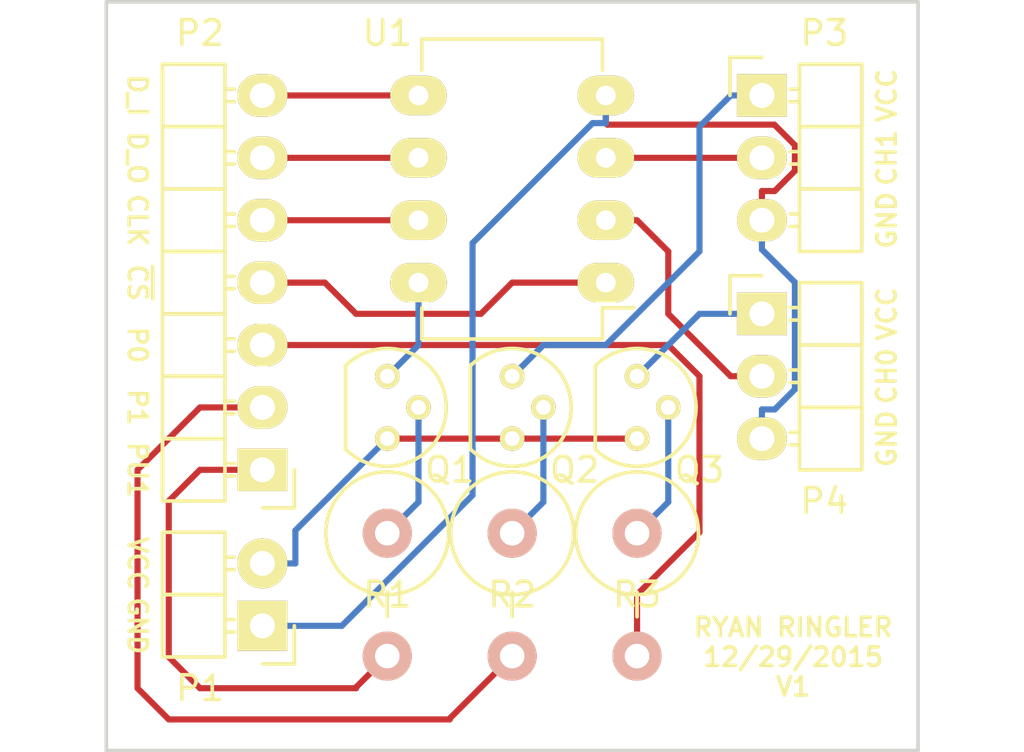
<source format=kicad_pcb>
(kicad_pcb (version 20171130) (host pcbnew "(5.1.12)-1")

  (general
    (thickness 1.6)
    (drawings 20)
    (tracks 92)
    (zones 0)
    (modules 11)
    (nets 18)
  )

  (page A4)
  (layers
    (0 F.Cu signal)
    (31 B.Cu signal)
    (32 B.Adhes user hide)
    (33 F.Adhes user hide)
    (34 B.Paste user hide)
    (35 F.Paste user hide)
    (36 B.SilkS user hide)
    (37 F.SilkS user hide)
    (38 B.Mask user hide)
    (39 F.Mask user hide)
    (40 Dwgs.User user hide)
    (41 Cmts.User user)
    (42 Eco1.User user)
    (43 Eco2.User user)
    (44 Edge.Cuts user)
    (45 Margin user)
    (46 B.CrtYd user)
    (47 F.CrtYd user)
    (48 B.Fab user)
    (49 F.Fab user)
  )

  (setup
    (last_trace_width 0.25)
    (trace_clearance 0.2)
    (zone_clearance 0.508)
    (zone_45_only no)
    (trace_min 0.2)
    (via_size 0.6)
    (via_drill 0.4)
    (via_min_size 0.4)
    (via_min_drill 0.3)
    (uvia_size 0.3)
    (uvia_drill 0.1)
    (uvias_allowed no)
    (uvia_min_size 0.2)
    (uvia_min_drill 0.1)
    (edge_width 0.15)
    (segment_width 0.2)
    (pcb_text_width 0.3)
    (pcb_text_size 1.5 1.5)
    (mod_edge_width 0.15)
    (mod_text_size 1 1)
    (mod_text_width 0.15)
    (pad_size 2.032 1.7272)
    (pad_drill 1.016)
    (pad_to_mask_clearance 0.2)
    (aux_axis_origin 0 0)
    (visible_elements 7FFFFFFF)
    (pcbplotparams
      (layerselection 0x210f0_80000001)
      (usegerberextensions true)
      (usegerberattributes true)
      (usegerberadvancedattributes true)
      (creategerberjobfile true)
      (excludeedgelayer true)
      (linewidth 0.100000)
      (plotframeref false)
      (viasonmask false)
      (mode 1)
      (useauxorigin false)
      (hpglpennumber 1)
      (hpglpenspeed 20)
      (hpglpendiameter 15.000000)
      (psnegative false)
      (psa4output false)
      (plotreference true)
      (plotvalue true)
      (plotinvisibletext false)
      (padsonsilk false)
      (subtractmaskfromsilk false)
      (outputformat 1)
      (mirror false)
      (drillshape 0)
      (scaleselection 1)
      (outputdirectory "Gerber Export/"))
  )

  (net 0 "")
  (net 1 VCC)
  (net 2 GND)
  (net 3 "Net-(P3-Pad2)")
  (net 4 "Net-(P4-Pad2)")
  (net 5 "Net-(Q1-Pad2)")
  (net 6 "Net-(Q1-Pad1)")
  (net 7 "Net-(P2-Pad1)")
  (net 8 "Net-(P2-Pad2)")
  (net 9 "Net-(P2-Pad3)")
  (net 10 "Net-(P2-Pad4)")
  (net 11 "Net-(P2-Pad5)")
  (net 12 "Net-(P3-Pad1)")
  (net 13 "Net-(P4-Pad1)")
  (net 14 "Net-(Q2-Pad2)")
  (net 15 "Net-(Q3-Pad2)")
  (net 16 "Net-(P2-Pad7)")
  (net 17 "Net-(P2-Pad6)")

  (net_class Default "This is the default net class."
    (clearance 0.2)
    (trace_width 0.25)
    (via_dia 0.6)
    (via_drill 0.4)
    (uvia_dia 0.3)
    (uvia_drill 0.1)
    (add_net GND)
    (add_net "Net-(P2-Pad1)")
    (add_net "Net-(P2-Pad2)")
    (add_net "Net-(P2-Pad3)")
    (add_net "Net-(P2-Pad4)")
    (add_net "Net-(P2-Pad5)")
    (add_net "Net-(P2-Pad6)")
    (add_net "Net-(P2-Pad7)")
    (add_net "Net-(P3-Pad1)")
    (add_net "Net-(P3-Pad2)")
    (add_net "Net-(P4-Pad1)")
    (add_net "Net-(P4-Pad2)")
    (add_net "Net-(Q1-Pad1)")
    (add_net "Net-(Q1-Pad2)")
    (add_net "Net-(Q2-Pad2)")
    (add_net "Net-(Q3-Pad2)")
    (add_net VCC)
  )

  (module TO_SOT_Packages_THT:TO-92_Molded_Narrow (layer F.Cu) (tedit 56833BC8) (tstamp 567B8848)
    (at 153.67 118.11 270)
    (descr "TO-92 leads molded, narrow, drill 0.6mm (see NXP sot054_po.pdf)")
    (tags "to-92 sc-43 sc-43a sot54 PA33 transistor")
    (path /567B7FAC)
    (fp_text reference Q1 (at 3.81 -2.54 180) (layer F.SilkS)
      (effects (font (size 1 1) (thickness 0.15)))
    )
    (fp_text value 2N3904 (at 0 3 270) (layer F.Fab) hide
      (effects (font (size 1 1) (thickness 0.15)))
    )
    (fp_line (start 3.9 1.95) (end 3.9 -2.65) (layer F.CrtYd) (width 0.05))
    (fp_line (start -1.4 -2.65) (end 3.9 -2.65) (layer F.CrtYd) (width 0.05))
    (fp_line (start -0.43 1.7) (end 2.97 1.7) (layer F.SilkS) (width 0.15))
    (fp_line (start -1.4 1.95) (end 3.9 1.95) (layer F.CrtYd) (width 0.05))
    (fp_line (start -1.4 1.95) (end -1.4 -2.65) (layer F.CrtYd) (width 0.05))
    (fp_arc (start 1.27 0) (end 1.27 -2.4) (angle -135) (layer F.SilkS) (width 0.15))
    (fp_arc (start 1.27 0) (end 1.27 -2.4) (angle 135) (layer F.SilkS) (width 0.15))
    (pad 2 thru_hole circle (at 1.27 -1.27) (size 1.00076 1.00076) (drill 0.6) (layers *.Cu *.Mask F.SilkS)
      (net 5 "Net-(Q1-Pad2)"))
    (pad 3 thru_hole circle (at 2.54 0) (size 1.00076 1.00076) (drill 0.6) (layers *.Cu *.Mask F.SilkS)
      (net 1 VCC))
    (pad 1 thru_hole circle (at 0 0) (size 1.00076 1.00076) (drill 0.6) (layers *.Cu *.Mask F.SilkS)
      (net 6 "Net-(Q1-Pad1)"))
    (model TO_SOT_Packages_THT.3dshapes/TO-92_Molded_Narrow.wrl
      (offset (xyz 1.269999980926514 0 0))
      (scale (xyz 1 1 1))
      (rotate (xyz 0 0 -90))
    )
  )

  (module Housings_DIP:DIP-8_W7.62mm_LongPads (layer F.Cu) (tedit 5682E73B) (tstamp 0)
    (at 162.56 114.3 180)
    (descr "8-lead dip package, row spacing 7.62 mm (300 mils), longer pads")
    (tags "dil dip 2.54 300")
    (path /567BA1FF)
    (fp_text reference U1 (at 8.89 10.16 180) (layer F.SilkS)
      (effects (font (size 1 1) (thickness 0.15)))
    )
    (fp_text value MCP3002 (at 3.81 3.81 270) (layer F.Fab)
      (effects (font (size 1 1) (thickness 0.15)))
    )
    (fp_line (start 0.135 -1.025) (end -1.15 -1.025) (layer F.SilkS) (width 0.15))
    (fp_line (start 0.135 9.915) (end 7.485 9.915) (layer F.SilkS) (width 0.15))
    (fp_line (start 0.135 -2.295) (end 7.485 -2.295) (layer F.SilkS) (width 0.15))
    (fp_line (start 0.135 9.915) (end 0.135 8.645) (layer F.SilkS) (width 0.15))
    (fp_line (start 7.485 9.915) (end 7.485 8.645) (layer F.SilkS) (width 0.15))
    (fp_line (start 7.485 -2.295) (end 7.485 -1.025) (layer F.SilkS) (width 0.15))
    (fp_line (start 0.135 -2.295) (end 0.135 -1.025) (layer F.SilkS) (width 0.15))
    (fp_line (start -1.4 10.1) (end 9 10.1) (layer F.CrtYd) (width 0.05))
    (fp_line (start -1.4 -2.45) (end 9 -2.45) (layer F.CrtYd) (width 0.05))
    (fp_line (start 9 -2.45) (end 9 10.1) (layer F.CrtYd) (width 0.05))
    (fp_line (start -1.4 -2.45) (end -1.4 10.1) (layer F.CrtYd) (width 0.05))
    (pad 1 thru_hole oval (at 0 0 180) (size 2.3 1.6) (drill 0.8) (layers *.Cu *.Mask F.SilkS)
      (net 10 "Net-(P2-Pad4)"))
    (pad 2 thru_hole oval (at 0 2.54 180) (size 2.3 1.6) (drill 0.8) (layers *.Cu *.Mask F.SilkS)
      (net 4 "Net-(P4-Pad2)"))
    (pad 3 thru_hole oval (at 0 5.08 180) (size 2.3 1.6) (drill 0.8) (layers *.Cu *.Mask F.SilkS)
      (net 3 "Net-(P3-Pad2)"))
    (pad 4 thru_hole oval (at 0 7.62 180) (size 2.3 1.6) (drill 0.8) (layers *.Cu *.Mask F.SilkS)
      (net 2 GND))
    (pad 5 thru_hole oval (at 7.62 7.62 180) (size 2.3 1.6) (drill 0.8) (layers *.Cu *.Mask F.SilkS)
      (net 16 "Net-(P2-Pad7)"))
    (pad 6 thru_hole oval (at 7.62 5.08 180) (size 2.3 1.6) (drill 0.8) (layers *.Cu *.Mask F.SilkS)
      (net 17 "Net-(P2-Pad6)"))
    (pad 7 thru_hole oval (at 7.62 2.54 180) (size 2.3 1.6) (drill 0.8) (layers *.Cu *.Mask F.SilkS)
      (net 11 "Net-(P2-Pad5)"))
    (pad 8 thru_hole oval (at 7.62 0 180) (size 2.3 1.6) (drill 0.8) (layers *.Cu *.Mask F.SilkS)
      (net 6 "Net-(Q1-Pad1)"))
    (model Housings_DIP.3dshapes/DIP-8_W7.62mm_LongPads.wrl
      (at (xyz 0 0 0))
      (scale (xyz 1 1 1))
      (rotate (xyz 0 0 0))
    )
  )

  (module Resistors_ThroughHole:Resistor_Vertical_RM5mm (layer F.Cu) (tedit 56832E4A) (tstamp 5682E9D4)
    (at 153.67 127 270)
    (descr "Resistor, Vertical, RM 5mm, 1/3W,")
    (tags "Resistor, Vertical, RM 5mm, 1/3W,")
    (path /567B84F5)
    (fp_text reference R1 (at 0 0 180) (layer F.SilkS)
      (effects (font (size 1 1) (thickness 0.15)))
    )
    (fp_text value 1K (at 0 0 270) (layer F.Fab) hide
      (effects (font (size 1 1) (thickness 0.15)))
    )
    (fp_circle (center -2.49936 0) (end 0 0) (layer F.SilkS) (width 0.15))
    (fp_line (start -0.09906 0) (end 0.9017 0) (layer F.SilkS) (width 0.15))
    (pad 1 thru_hole circle (at -2.49936 0 270) (size 1.99898 1.99898) (drill 1.00076) (layers *.Cu *.SilkS *.Mask)
      (net 5 "Net-(Q1-Pad2)"))
    (pad 2 thru_hole circle (at 2.5019 0 270) (size 1.99898 1.99898) (drill 1.00076) (layers *.Cu *.SilkS *.Mask)
      (net 7 "Net-(P2-Pad1)"))
  )

  (module Pin_Headers_Custom:Pin_Header_Angled_1x03_No_Pins (layer F.Cu) (tedit 568335B6) (tstamp 56830953)
    (at 168.91 106.68)
    (descr "Through hole pin header")
    (tags "pin header")
    (path /567B8F75)
    (fp_text reference P3 (at 2.54 -2.54 180) (layer F.SilkS)
      (effects (font (size 1 1) (thickness 0.15)))
    )
    (fp_text value CONN_01X03 (at 0 -3.1) (layer F.Fab) hide
      (effects (font (size 1 1) (thickness 0.15)))
    )
    (fp_line (start 1.524 6.35) (end 4.064 6.35) (layer F.SilkS) (width 0.15))
    (fp_line (start 1.524 1.27) (end 4.064 1.27) (layer F.SilkS) (width 0.15))
    (fp_line (start 1.524 1.27) (end 1.524 3.81) (layer F.SilkS) (width 0.15))
    (fp_line (start 1.524 3.81) (end 4.064 3.81) (layer F.SilkS) (width 0.15))
    (fp_line (start 4.064 6.35) (end 4.064 3.81) (layer F.SilkS) (width 0.15))
    (fp_line (start 1.524 3.81) (end 1.524 6.35) (layer F.SilkS) (width 0.15))
    (fp_line (start 1.524 3.81) (end 4.064 3.81) (layer F.SilkS) (width 0.15))
    (fp_line (start 1.524 -1.27) (end 4.064 -1.27) (layer F.SilkS) (width 0.15))
    (fp_line (start 1.524 -1.27) (end 1.524 1.27) (layer F.SilkS) (width 0.15))
    (fp_line (start 1.524 1.27) (end 4.064 1.27) (layer F.SilkS) (width 0.15))
    (fp_line (start 4.064 1.27) (end 4.064 -1.27) (layer F.SilkS) (width 0.15))
    (fp_line (start 1.524 5.334) (end 1.143 5.334) (layer F.SilkS) (width 0.15))
    (fp_line (start 1.524 4.826) (end 1.143 4.826) (layer F.SilkS) (width 0.15))
    (fp_line (start 1.524 2.794) (end 1.143 2.794) (layer F.SilkS) (width 0.15))
    (fp_line (start 1.524 2.286) (end 1.143 2.286) (layer F.SilkS) (width 0.15))
    (fp_line (start 1.524 0.254) (end 1.143 0.254) (layer F.SilkS) (width 0.15))
    (fp_line (start 1.524 -0.254) (end 1.143 -0.254) (layer F.SilkS) (width 0.15))
    (fp_line (start 0 -1.55) (end -1.3 -1.55) (layer F.SilkS) (width 0.15))
    (fp_line (start -1.3 -1.55) (end -1.3 0) (layer F.SilkS) (width 0.15))
    (fp_line (start -1.5 6.85) (end 10.65 6.85) (layer F.CrtYd) (width 0.05))
    (fp_line (start -1.5 -1.75) (end 10.65 -1.75) (layer F.CrtYd) (width 0.05))
    (fp_line (start 10.65 -1.75) (end 10.65 6.85) (layer F.CrtYd) (width 0.05))
    (fp_line (start -1.5 -1.75) (end -1.5 6.85) (layer F.CrtYd) (width 0.05))
    (fp_line (start 4.064 -1.016) (end 4.064 6.096) (layer F.SilkS) (width 0.15))
    (pad 1 thru_hole rect (at 0 0) (size 2.032 1.7272) (drill 1.016) (layers *.Cu *.Mask F.SilkS)
      (net 12 "Net-(P3-Pad1)"))
    (pad 2 thru_hole oval (at 0 2.54) (size 2.032 1.7272) (drill 1.016) (layers *.Cu *.Mask F.SilkS)
      (net 3 "Net-(P3-Pad2)"))
    (pad 3 thru_hole oval (at 0 5.08) (size 2.032 1.7272) (drill 1.016) (layers *.Cu *.Mask F.SilkS)
      (net 2 GND))
    (model Pin_Headers.3dshapes/Pin_Header_Angled_1x03.wrl
      (offset (xyz 0 -2.539999961853027 0))
      (scale (xyz 1 1 1))
      (rotate (xyz 0 0 90))
    )
  )

  (module Pin_Headers_Custom:Pin_Header_Angled_1x03_No_Pins (layer F.Cu) (tedit 56830951) (tstamp 5683095A)
    (at 168.91 115.57)
    (descr "Through hole pin header")
    (tags "pin header")
    (path /567B8FB9)
    (fp_text reference P4 (at 2.54 7.62 180) (layer F.SilkS)
      (effects (font (size 1 1) (thickness 0.15)))
    )
    (fp_text value CONN_01X03 (at 0 -3.1) (layer F.Fab) hide
      (effects (font (size 1 1) (thickness 0.15)))
    )
    (fp_line (start 1.524 6.35) (end 4.064 6.35) (layer F.SilkS) (width 0.15))
    (fp_line (start 1.524 1.27) (end 4.064 1.27) (layer F.SilkS) (width 0.15))
    (fp_line (start 1.524 1.27) (end 1.524 3.81) (layer F.SilkS) (width 0.15))
    (fp_line (start 1.524 3.81) (end 4.064 3.81) (layer F.SilkS) (width 0.15))
    (fp_line (start 4.064 6.35) (end 4.064 3.81) (layer F.SilkS) (width 0.15))
    (fp_line (start 1.524 3.81) (end 1.524 6.35) (layer F.SilkS) (width 0.15))
    (fp_line (start 1.524 3.81) (end 4.064 3.81) (layer F.SilkS) (width 0.15))
    (fp_line (start 1.524 -1.27) (end 4.064 -1.27) (layer F.SilkS) (width 0.15))
    (fp_line (start 1.524 -1.27) (end 1.524 1.27) (layer F.SilkS) (width 0.15))
    (fp_line (start 1.524 1.27) (end 4.064 1.27) (layer F.SilkS) (width 0.15))
    (fp_line (start 4.064 1.27) (end 4.064 -1.27) (layer F.SilkS) (width 0.15))
    (fp_line (start 1.524 5.334) (end 1.143 5.334) (layer F.SilkS) (width 0.15))
    (fp_line (start 1.524 4.826) (end 1.143 4.826) (layer F.SilkS) (width 0.15))
    (fp_line (start 1.524 2.794) (end 1.143 2.794) (layer F.SilkS) (width 0.15))
    (fp_line (start 1.524 2.286) (end 1.143 2.286) (layer F.SilkS) (width 0.15))
    (fp_line (start 1.524 0.254) (end 1.143 0.254) (layer F.SilkS) (width 0.15))
    (fp_line (start 1.524 -0.254) (end 1.143 -0.254) (layer F.SilkS) (width 0.15))
    (fp_line (start 0 -1.55) (end -1.3 -1.55) (layer F.SilkS) (width 0.15))
    (fp_line (start -1.3 -1.55) (end -1.3 0) (layer F.SilkS) (width 0.15))
    (fp_line (start -1.5 6.85) (end 10.65 6.85) (layer F.CrtYd) (width 0.05))
    (fp_line (start -1.5 -1.75) (end 10.65 -1.75) (layer F.CrtYd) (width 0.05))
    (fp_line (start 10.65 -1.75) (end 10.65 6.85) (layer F.CrtYd) (width 0.05))
    (fp_line (start -1.5 -1.75) (end -1.5 6.85) (layer F.CrtYd) (width 0.05))
    (fp_line (start 4.064 -1.016) (end 4.064 6.096) (layer F.SilkS) (width 0.15))
    (pad 1 thru_hole rect (at 0 0) (size 2.032 1.7272) (drill 1.016) (layers *.Cu *.Mask F.SilkS)
      (net 13 "Net-(P4-Pad1)"))
    (pad 2 thru_hole oval (at 0 2.54) (size 2.032 1.7272) (drill 1.016) (layers *.Cu *.Mask F.SilkS)
      (net 4 "Net-(P4-Pad2)"))
    (pad 3 thru_hole oval (at 0 5.08) (size 2.032 1.7272) (drill 1.016) (layers *.Cu *.Mask F.SilkS)
      (net 2 GND))
    (model Pin_Headers.3dshapes/Pin_Header_Angled_1x03.wrl
      (offset (xyz 0 -2.539999961853027 0))
      (scale (xyz 1 1 1))
      (rotate (xyz 0 0 90))
    )
  )

  (module TO_SOT_Packages_THT:TO-92_Molded_Narrow (layer F.Cu) (tedit 56833BCC) (tstamp 56832358)
    (at 158.75 118.11 270)
    (descr "TO-92 leads molded, narrow, drill 0.6mm (see NXP sot054_po.pdf)")
    (tags "to-92 sc-43 sc-43a sot54 PA33 transistor")
    (path /5683245A)
    (fp_text reference Q2 (at 3.81 -2.54 180) (layer F.SilkS)
      (effects (font (size 1 1) (thickness 0.15)))
    )
    (fp_text value 2N3904 (at 0 3 270) (layer F.Fab) hide
      (effects (font (size 1 1) (thickness 0.15)))
    )
    (fp_line (start 3.9 1.95) (end 3.9 -2.65) (layer F.CrtYd) (width 0.05))
    (fp_line (start -1.4 -2.65) (end 3.9 -2.65) (layer F.CrtYd) (width 0.05))
    (fp_line (start -0.43 1.7) (end 2.97 1.7) (layer F.SilkS) (width 0.15))
    (fp_line (start -1.4 1.95) (end 3.9 1.95) (layer F.CrtYd) (width 0.05))
    (fp_line (start -1.4 1.95) (end -1.4 -2.65) (layer F.CrtYd) (width 0.05))
    (fp_arc (start 1.27 0) (end 1.27 -2.4) (angle -135) (layer F.SilkS) (width 0.15))
    (fp_arc (start 1.27 0) (end 1.27 -2.4) (angle 135) (layer F.SilkS) (width 0.15))
    (pad 2 thru_hole circle (at 1.27 -1.27) (size 1.00076 1.00076) (drill 0.6) (layers *.Cu *.Mask F.SilkS)
      (net 14 "Net-(Q2-Pad2)"))
    (pad 3 thru_hole circle (at 2.54 0) (size 1.00076 1.00076) (drill 0.6) (layers *.Cu *.Mask F.SilkS)
      (net 1 VCC))
    (pad 1 thru_hole circle (at 0 0) (size 1.00076 1.00076) (drill 0.6) (layers *.Cu *.Mask F.SilkS)
      (net 12 "Net-(P3-Pad1)"))
    (model TO_SOT_Packages_THT.3dshapes/TO-92_Molded_Narrow.wrl
      (offset (xyz 1.269999980926514 0 0))
      (scale (xyz 1 1 1))
      (rotate (xyz 0 0 -90))
    )
  )

  (module TO_SOT_Packages_THT:TO-92_Molded_Narrow (layer F.Cu) (tedit 56833BD0) (tstamp 5683235F)
    (at 163.83 118.11 270)
    (descr "TO-92 leads molded, narrow, drill 0.6mm (see NXP sot054_po.pdf)")
    (tags "to-92 sc-43 sc-43a sot54 PA33 transistor")
    (path /5683254A)
    (fp_text reference Q3 (at 3.81 -2.54 180) (layer F.SilkS)
      (effects (font (size 1 1) (thickness 0.15)))
    )
    (fp_text value 2N3904 (at 0 3 270) (layer F.Fab) hide
      (effects (font (size 1 1) (thickness 0.15)))
    )
    (fp_line (start 3.9 1.95) (end 3.9 -2.65) (layer F.CrtYd) (width 0.05))
    (fp_line (start -1.4 -2.65) (end 3.9 -2.65) (layer F.CrtYd) (width 0.05))
    (fp_line (start -0.43 1.7) (end 2.97 1.7) (layer F.SilkS) (width 0.15))
    (fp_line (start -1.4 1.95) (end 3.9 1.95) (layer F.CrtYd) (width 0.05))
    (fp_line (start -1.4 1.95) (end -1.4 -2.65) (layer F.CrtYd) (width 0.05))
    (fp_arc (start 1.27 0) (end 1.27 -2.4) (angle -135) (layer F.SilkS) (width 0.15))
    (fp_arc (start 1.27 0) (end 1.27 -2.4) (angle 135) (layer F.SilkS) (width 0.15))
    (pad 2 thru_hole circle (at 1.27 -1.27) (size 1.00076 1.00076) (drill 0.6) (layers *.Cu *.Mask F.SilkS)
      (net 15 "Net-(Q3-Pad2)"))
    (pad 3 thru_hole circle (at 2.54 0) (size 1.00076 1.00076) (drill 0.6) (layers *.Cu *.Mask F.SilkS)
      (net 1 VCC))
    (pad 1 thru_hole circle (at 0 0) (size 1.00076 1.00076) (drill 0.6) (layers *.Cu *.Mask F.SilkS)
      (net 13 "Net-(P4-Pad1)"))
    (model TO_SOT_Packages_THT.3dshapes/TO-92_Molded_Narrow.wrl
      (offset (xyz 1.269999980926514 0 0))
      (scale (xyz 1 1 1))
      (rotate (xyz 0 0 -90))
    )
  )

  (module Resistors_ThroughHole:Resistor_Vertical_RM5mm (layer F.Cu) (tedit 56832EB6) (tstamp 56832365)
    (at 158.75 127 270)
    (descr "Resistor, Vertical, RM 5mm, 1/3W,")
    (tags "Resistor, Vertical, RM 5mm, 1/3W,")
    (path /56832709)
    (fp_text reference R2 (at 0 0) (layer F.SilkS)
      (effects (font (size 1 1) (thickness 0.15)))
    )
    (fp_text value 1K (at 0 0 270) (layer F.Fab) hide
      (effects (font (size 1 1) (thickness 0.15)))
    )
    (fp_circle (center -2.49936 0) (end 0 0) (layer F.SilkS) (width 0.15))
    (fp_line (start -0.09906 0) (end 0.9017 0) (layer F.SilkS) (width 0.15))
    (pad 1 thru_hole circle (at -2.49936 0 270) (size 1.99898 1.99898) (drill 1.00076) (layers *.Cu *.SilkS *.Mask)
      (net 14 "Net-(Q2-Pad2)"))
    (pad 2 thru_hole circle (at 2.5019 0 270) (size 1.99898 1.99898) (drill 1.00076) (layers *.Cu *.SilkS *.Mask)
      (net 8 "Net-(P2-Pad2)"))
  )

  (module Resistors_ThroughHole:Resistor_Vertical_RM5mm (layer F.Cu) (tedit 56832EC6) (tstamp 5683236B)
    (at 163.83 127 270)
    (descr "Resistor, Vertical, RM 5mm, 1/3W,")
    (tags "Resistor, Vertical, RM 5mm, 1/3W,")
    (path /56832746)
    (fp_text reference R3 (at 0 0) (layer F.SilkS)
      (effects (font (size 1 1) (thickness 0.15)))
    )
    (fp_text value 1K (at 0 0 270) (layer F.Fab) hide
      (effects (font (size 1 1) (thickness 0.15)))
    )
    (fp_circle (center -2.49936 0) (end 0 0) (layer F.SilkS) (width 0.15))
    (fp_line (start -0.09906 0) (end 0.9017 0) (layer F.SilkS) (width 0.15))
    (pad 1 thru_hole circle (at -2.49936 0 270) (size 1.99898 1.99898) (drill 1.00076) (layers *.Cu *.SilkS *.Mask)
      (net 15 "Net-(Q3-Pad2)"))
    (pad 2 thru_hole circle (at 2.5019 0 270) (size 1.99898 1.99898) (drill 1.00076) (layers *.Cu *.SilkS *.Mask)
      (net 9 "Net-(P2-Pad3)"))
  )

  (module Pin_Headers_Custom:Pin_Header_Angled_1x02_No_Pins (layer F.Cu) (tedit 56834405) (tstamp 56832656)
    (at 148.59 128.27 180)
    (descr "Through hole pin header")
    (tags "pin header")
    (path /567B800D)
    (fp_text reference P1 (at 2.54 -2.54 180) (layer F.SilkS)
      (effects (font (size 1 1) (thickness 0.15)))
    )
    (fp_text value CONN_01X02 (at 0 -3.1 180) (layer F.Fab) hide
      (effects (font (size 1 1) (thickness 0.15)))
    )
    (fp_line (start 1.524 -1.27) (end 1.524 1.27) (layer F.SilkS) (width 0.15))
    (fp_line (start 1.524 1.27) (end 4.064 1.27) (layer F.SilkS) (width 0.15))
    (fp_line (start 4.064 1.27) (end 4.064 -1.27) (layer F.SilkS) (width 0.15))
    (fp_line (start 4.064 3.81) (end 4.064 1.27) (layer F.SilkS) (width 0.15))
    (fp_line (start 1.524 3.81) (end 4.064 3.81) (layer F.SilkS) (width 0.15))
    (fp_line (start 1.524 1.27) (end 1.524 3.81) (layer F.SilkS) (width 0.15))
    (fp_line (start 1.524 1.27) (end 4.064 1.27) (layer F.SilkS) (width 0.15))
    (fp_line (start 1.524 -1.27) (end 4.064 -1.27) (layer F.SilkS) (width 0.15))
    (fp_line (start 1.524 2.794) (end 1.143 2.794) (layer F.SilkS) (width 0.15))
    (fp_line (start 1.524 2.286) (end 1.143 2.286) (layer F.SilkS) (width 0.15))
    (fp_line (start 1.524 0.254) (end 1.143 0.254) (layer F.SilkS) (width 0.15))
    (fp_line (start 1.524 -0.254) (end 1.143 -0.254) (layer F.SilkS) (width 0.15))
    (fp_line (start 0 -1.55) (end -1.3 -1.55) (layer F.SilkS) (width 0.15))
    (fp_line (start -1.3 -1.55) (end -1.3 0) (layer F.SilkS) (width 0.15))
    (fp_line (start -1.5 4.3) (end 10.65 4.3) (layer F.CrtYd) (width 0.05))
    (fp_line (start -1.5 -1.75) (end 10.65 -1.75) (layer F.CrtYd) (width 0.05))
    (fp_line (start 10.65 -1.75) (end 10.65 4.3) (layer F.CrtYd) (width 0.05))
    (fp_line (start -1.5 -1.75) (end -1.5 4.3) (layer F.CrtYd) (width 0.05))
    (pad 1 thru_hole rect (at 0 0 180) (size 2.032 2.032) (drill 1.016) (layers *.Cu *.Mask F.SilkS)
      (net 2 GND))
    (pad 2 thru_hole oval (at 0 2.54 180) (size 2.032 2.032) (drill 1.016) (layers *.Cu *.Mask F.SilkS)
      (net 1 VCC))
    (model Pin_Headers.3dshapes/Pin_Header_Angled_1x02.wrl
      (offset (xyz 0 -1.269999980926514 0))
      (scale (xyz 1 1 1))
      (rotate (xyz 0 0 90))
    )
  )

  (module Pin_Headers_Custom:Pin_Header_Angled_1x07_No_Pins (layer F.Cu) (tedit 568327A6) (tstamp 56832790)
    (at 148.59 121.92 180)
    (descr "Through hole pin header")
    (tags "pin header")
    (path /56831EFC)
    (fp_text reference P2 (at 2.54 17.78 180) (layer F.SilkS)
      (effects (font (size 1 1) (thickness 0.15)))
    )
    (fp_text value CONN_01X07 (at 0 -3.1 180) (layer F.Fab) hide
      (effects (font (size 1 1) (thickness 0.15)))
    )
    (fp_line (start 1.524 6.35) (end 4.064 6.35) (layer F.SilkS) (width 0.15))
    (fp_line (start 1.524 6.35) (end 1.524 8.89) (layer F.SilkS) (width 0.15))
    (fp_line (start 1.524 8.89) (end 4.064 8.89) (layer F.SilkS) (width 0.15))
    (fp_line (start 1.524 11.43) (end 4.064 11.43) (layer F.SilkS) (width 0.15))
    (fp_line (start 1.524 8.89) (end 1.524 11.43) (layer F.SilkS) (width 0.15))
    (fp_line (start 1.524 8.89) (end 4.064 8.89) (layer F.SilkS) (width 0.15))
    (fp_line (start 1.524 13.97) (end 4.064 13.97) (layer F.SilkS) (width 0.15))
    (fp_line (start 1.524 13.97) (end 1.524 16.51) (layer F.SilkS) (width 0.15))
    (fp_line (start 1.524 16.51) (end 4.064 16.51) (layer F.SilkS) (width 0.15))
    (fp_line (start 4.064 16.51) (end 4.064 13.97) (layer F.SilkS) (width 0.15))
    (fp_line (start 1.524 13.97) (end 4.064 13.97) (layer F.SilkS) (width 0.15))
    (fp_line (start 1.524 11.43) (end 1.524 13.97) (layer F.SilkS) (width 0.15))
    (fp_line (start 1.524 11.43) (end 4.064 11.43) (layer F.SilkS) (width 0.15))
    (fp_line (start 1.524 1.27) (end 4.064 1.27) (layer F.SilkS) (width 0.15))
    (fp_line (start 1.524 1.27) (end 1.524 3.81) (layer F.SilkS) (width 0.15))
    (fp_line (start 1.524 3.81) (end 4.064 3.81) (layer F.SilkS) (width 0.15))
    (fp_line (start 1.524 6.35) (end 4.064 6.35) (layer F.SilkS) (width 0.15))
    (fp_line (start 1.524 3.81) (end 1.524 6.35) (layer F.SilkS) (width 0.15))
    (fp_line (start 1.524 3.81) (end 4.064 3.81) (layer F.SilkS) (width 0.15))
    (fp_line (start 1.524 -1.27) (end 4.064 -1.27) (layer F.SilkS) (width 0.15))
    (fp_line (start 1.524 -1.27) (end 1.524 1.27) (layer F.SilkS) (width 0.15))
    (fp_line (start 1.524 1.27) (end 4.064 1.27) (layer F.SilkS) (width 0.15))
    (fp_line (start 4.064 1.27) (end 4.064 -1.27) (layer F.SilkS) (width 0.15))
    (fp_line (start 1.524 9.906) (end 1.143 9.906) (layer F.SilkS) (width 0.15))
    (fp_line (start 1.524 10.414) (end 1.143 10.414) (layer F.SilkS) (width 0.15))
    (fp_line (start 1.524 12.446) (end 1.143 12.446) (layer F.SilkS) (width 0.15))
    (fp_line (start 1.524 12.954) (end 1.143 12.954) (layer F.SilkS) (width 0.15))
    (fp_line (start 1.524 14.986) (end 1.143 14.986) (layer F.SilkS) (width 0.15))
    (fp_line (start 1.524 15.494) (end 1.143 15.494) (layer F.SilkS) (width 0.15))
    (fp_line (start 1.524 7.874) (end 1.143 7.874) (layer F.SilkS) (width 0.15))
    (fp_line (start 1.524 7.366) (end 1.143 7.366) (layer F.SilkS) (width 0.15))
    (fp_line (start 1.524 5.334) (end 1.143 5.334) (layer F.SilkS) (width 0.15))
    (fp_line (start 1.524 4.826) (end 1.143 4.826) (layer F.SilkS) (width 0.15))
    (fp_line (start 1.524 2.794) (end 1.143 2.794) (layer F.SilkS) (width 0.15))
    (fp_line (start 1.524 2.286) (end 1.143 2.286) (layer F.SilkS) (width 0.15))
    (fp_line (start 1.524 0.254) (end 1.143 0.254) (layer F.SilkS) (width 0.15))
    (fp_line (start 1.524 -0.254) (end 1.143 -0.254) (layer F.SilkS) (width 0.15))
    (fp_line (start 0 -1.55) (end -1.3 -1.55) (layer F.SilkS) (width 0.15))
    (fp_line (start -1.3 -1.55) (end -1.3 0) (layer F.SilkS) (width 0.15))
    (fp_line (start -1.5 17) (end 10.65 17) (layer F.CrtYd) (width 0.05))
    (fp_line (start -1.5 -1.75) (end 10.65 -1.75) (layer F.CrtYd) (width 0.05))
    (fp_line (start 10.65 -1.75) (end 10.65 17) (layer F.CrtYd) (width 0.05))
    (fp_line (start -1.5 -1.75) (end -1.5 17) (layer F.CrtYd) (width 0.05))
    (fp_line (start 4.064 -1.016) (end 4.064 16.256) (layer F.SilkS) (width 0.15))
    (pad 1 thru_hole rect (at 0 0 180) (size 2.032 1.7272) (drill 1.016) (layers *.Cu *.Mask F.SilkS)
      (net 7 "Net-(P2-Pad1)"))
    (pad 2 thru_hole oval (at 0 2.54 180) (size 2.032 1.7272) (drill 1.016) (layers *.Cu *.Mask F.SilkS)
      (net 8 "Net-(P2-Pad2)"))
    (pad 3 thru_hole oval (at 0 5.08 180) (size 2.032 1.7272) (drill 1.016) (layers *.Cu *.Mask F.SilkS)
      (net 9 "Net-(P2-Pad3)"))
    (pad 4 thru_hole oval (at 0 7.62 180) (size 2.032 1.7272) (drill 1.016) (layers *.Cu *.Mask F.SilkS)
      (net 10 "Net-(P2-Pad4)"))
    (pad 5 thru_hole oval (at 0 10.16 180) (size 2.032 1.7272) (drill 1.016) (layers *.Cu *.Mask F.SilkS)
      (net 11 "Net-(P2-Pad5)"))
    (pad 6 thru_hole oval (at 0 12.7 180) (size 2.032 1.7272) (drill 1.016) (layers *.Cu *.Mask F.SilkS)
      (net 17 "Net-(P2-Pad6)"))
    (pad 7 thru_hole oval (at 0 15.24 180) (size 2.032 1.7272) (drill 1.016) (layers *.Cu *.Mask F.SilkS)
      (net 16 "Net-(P2-Pad7)"))
    (model Pin_Headers.3dshapes/Pin_Header_Angled_1x07.wrl
      (offset (xyz 0 -7.619999885559082 0))
      (scale (xyz 1 1 1))
      (rotate (xyz 0 0 90))
    )
  )

  (gr_text "RYAN RINGLER\n12/29/2015\nV1" (at 170.18 129.54) (layer F.SilkS)
    (effects (font (size 0.75 0.75) (thickness 0.15)))
  )
  (gr_text PU1 (at 143.51 121.92 270) (layer F.SilkS)
    (effects (font (size 0.75 0.75) (thickness 0.15)))
  )
  (gr_text P1 (at 143.51 119.38 270) (layer F.SilkS)
    (effects (font (size 0.75 0.75) (thickness 0.15)))
  )
  (gr_text CH0 (at 173.99 118.11 90) (layer F.SilkS)
    (effects (font (size 0.75 0.75) (thickness 0.15)))
  )
  (gr_text CH1 (at 173.99 109.22 90) (layer F.SilkS)
    (effects (font (size 0.75 0.75) (thickness 0.15)))
  )
  (gr_text GND (at 173.99 111.76 90) (layer F.SilkS)
    (effects (font (size 0.75 0.75) (thickness 0.15)))
  )
  (gr_text VCC (at 173.99 106.68 90) (layer F.SilkS)
    (effects (font (size 0.75 0.75) (thickness 0.15)))
  )
  (gr_text GND (at 173.99 120.65 90) (layer F.SilkS)
    (effects (font (size 0.75 0.75) (thickness 0.15)))
  )
  (gr_text VCC (at 173.99 115.57 90) (layer F.SilkS)
    (effects (font (size 0.75 0.75) (thickness 0.15)))
  )
  (gr_text D_I (at 143.51 106.68 270) (layer F.SilkS)
    (effects (font (size 0.75 0.75) (thickness 0.15)))
  )
  (gr_text D_O (at 143.51 109.22 270) (layer F.SilkS)
    (effects (font (size 0.75 0.75) (thickness 0.15)))
  )
  (gr_text CLK (at 143.51 111.76 270) (layer F.SilkS)
    (effects (font (size 0.75 0.75) (thickness 0.15)))
  )
  (gr_text ~CS (at 143.51 114.3 270) (layer F.SilkS)
    (effects (font (size 0.75 0.75) (thickness 0.15)))
  )
  (gr_text P0 (at 143.51 116.84 270) (layer F.SilkS)
    (effects (font (size 0.75 0.75) (thickness 0.15)))
  )
  (gr_text GND (at 143.51 128.27 270) (layer F.SilkS)
    (effects (font (size 0.75 0.75) (thickness 0.15)))
  )
  (gr_text VCC (at 143.51 125.73 270) (layer F.SilkS)
    (effects (font (size 0.75 0.75) (thickness 0.15)))
  )
  (gr_line (start 142.24 102.87) (end 142.24 133.35) (angle 90) (layer Edge.Cuts) (width 0.15))
  (gr_line (start 175.26 102.87) (end 175.26 133.35) (angle 90) (layer Edge.Cuts) (width 0.15))
  (gr_line (start 175.26 133.35) (end 142.24 133.35) (angle 90) (layer Edge.Cuts) (width 0.15))
  (gr_line (start 142.24 102.87) (end 175.26 102.87) (angle 90) (layer Edge.Cuts) (width 0.15))

  (segment (start 158.75 120.65) (end 153.67 120.65) (width 0.25) (layer F.Cu) (net 1))
  (segment (start 163.83 120.65) (end 158.75 120.65) (width 0.25) (layer F.Cu) (net 1))
  (segment (start 148.59 125.73) (end 149.9311 125.73) (width 0.25) (layer B.Cu) (net 1))
  (segment (start 149.9311 125.73) (end 149.9311 124.3889) (width 0.25) (layer B.Cu) (net 1))
  (segment (start 149.9311 124.3889) (end 153.67 120.65) (width 0.25) (layer B.Cu) (net 1))
  (segment (start 162.56 106.68) (end 162.56 107.8051) (width 0.25) (layer F.Cu) (net 2))
  (segment (start 168.91 111.76) (end 168.91 110.5713) (width 0.25) (layer F.Cu) (net 2))
  (segment (start 168.91 110.5713) (end 169.4301 110.5713) (width 0.25) (layer F.Cu) (net 2))
  (segment (start 169.4301 110.5713) (end 170.2518 109.7496) (width 0.25) (layer F.Cu) (net 2))
  (segment (start 170.2518 109.7496) (end 170.2518 108.7041) (width 0.25) (layer F.Cu) (net 2))
  (segment (start 170.2518 108.7041) (end 169.4165 107.8688) (width 0.25) (layer F.Cu) (net 2))
  (segment (start 169.4165 107.8688) (end 162.6237 107.8688) (width 0.25) (layer F.Cu) (net 2))
  (segment (start 162.6237 107.8688) (end 162.56 107.8051) (width 0.25) (layer F.Cu) (net 2))
  (segment (start 168.91 111.76) (end 168.91 112.9487) (width 0.25) (layer B.Cu) (net 2))
  (segment (start 168.91 120.65) (end 168.91 119.4613) (width 0.25) (layer B.Cu) (net 2))
  (segment (start 168.91 119.4613) (end 169.4301 119.4613) (width 0.25) (layer B.Cu) (net 2))
  (segment (start 169.4301 119.4613) (end 170.2512 118.6402) (width 0.25) (layer B.Cu) (net 2))
  (segment (start 170.2512 118.6402) (end 170.2512 114.2899) (width 0.25) (layer B.Cu) (net 2))
  (segment (start 170.2512 114.2899) (end 168.91 112.9487) (width 0.25) (layer B.Cu) (net 2))
  (segment (start 162.56 106.68) (end 162.56 107.8051) (width 0.25) (layer B.Cu) (net 2))
  (segment (start 148.59 128.27) (end 151.8224 128.27) (width 0.25) (layer B.Cu) (net 2))
  (segment (start 151.8224 128.27) (end 157.1381 122.9543) (width 0.25) (layer B.Cu) (net 2))
  (segment (start 157.1381 122.9543) (end 157.1381 112.6913) (width 0.25) (layer B.Cu) (net 2))
  (segment (start 157.1381 112.6913) (end 162.0243 107.8051) (width 0.25) (layer B.Cu) (net 2))
  (segment (start 162.0243 107.8051) (end 162.56 107.8051) (width 0.25) (layer B.Cu) (net 2))
  (segment (start 162.56 109.22) (end 168.91 109.22) (width 0.25) (layer F.Cu) (net 3))
  (segment (start 168.91 118.11) (end 167.64 118.11) (width 0.25) (layer F.Cu) (net 4))
  (segment (start 167.64 118.11) (end 165.1 115.57) (width 0.25) (layer F.Cu) (net 4))
  (segment (start 165.1 115.57) (end 165.1 113.03) (width 0.25) (layer F.Cu) (net 4))
  (segment (start 165.1 113.03) (end 163.83 111.76) (width 0.25) (layer F.Cu) (net 4))
  (segment (start 163.83 111.76) (end 162.56 111.76) (width 0.25) (layer F.Cu) (net 4))
  (segment (start 154.305 123.866) (end 154.3046 123.866) (width 0.25) (layer B.Cu) (net 5))
  (segment (start 154.3046 123.866) (end 153.67 124.5006) (width 0.25) (layer B.Cu) (net 5))
  (segment (start 154.305 123.866) (end 153.67 124.501) (width 0.25) (layer B.Cu) (net 5))
  (segment (start 154.94 119.38) (end 154.94 123.231) (width 0.25) (layer B.Cu) (net 5))
  (segment (start 154.94 123.231) (end 154.305 123.866) (width 0.25) (layer B.Cu) (net 5))
  (segment (start 153.67 118.11) (end 154.94 116.84) (width 0.25) (layer B.Cu) (net 6))
  (segment (start 154.94 116.84) (end 154.94 114.3) (width 0.25) (layer B.Cu) (net 6))
  (segment (start 153.67 129.502) (end 153.67 129.5019) (width 0.25) (layer B.Cu) (net 7))
  (segment (start 153.632 129.54) (end 153.67 129.502) (width 0.25) (layer B.Cu) (net 7))
  (segment (start 153.632 129.54) (end 153.67 129.502) (width 0.25) (layer F.Cu) (net 7))
  (segment (start 153.67 129.502) (end 153.67 129.5019) (width 0.25) (layer F.Cu) (net 7))
  (segment (start 148.59 121.92) (end 146.05 121.92) (width 0.25) (layer F.Cu) (net 7))
  (segment (start 146.05 121.92) (end 144.78 123.19) (width 0.25) (layer F.Cu) (net 7))
  (segment (start 144.78 123.19) (end 144.78 129.54) (width 0.25) (layer F.Cu) (net 7))
  (segment (start 144.78 129.54) (end 146.05 130.81) (width 0.25) (layer F.Cu) (net 7))
  (segment (start 146.05 130.81) (end 152.4 130.81) (width 0.25) (layer F.Cu) (net 7))
  (segment (start 152.4 130.81) (end 152.4 130.772) (width 0.25) (layer F.Cu) (net 7))
  (segment (start 152.4 130.772) (end 153.632 129.54) (width 0.25) (layer F.Cu) (net 7))
  (segment (start 158.712 129.54) (end 158.75 129.502) (width 0.25) (layer F.Cu) (net 8))
  (segment (start 158.75 129.502) (end 158.75 129.5019) (width 0.25) (layer F.Cu) (net 8))
  (segment (start 148.59 119.38) (end 146.05 119.38) (width 0.25) (layer F.Cu) (net 8))
  (segment (start 146.05 119.38) (end 143.51 121.92) (width 0.25) (layer F.Cu) (net 8))
  (segment (start 143.51 121.92) (end 143.51 130.81) (width 0.25) (layer F.Cu) (net 8))
  (segment (start 143.51 130.81) (end 144.78 132.08) (width 0.25) (layer F.Cu) (net 8))
  (segment (start 144.78 132.08) (end 156.21 132.08) (width 0.25) (layer F.Cu) (net 8))
  (segment (start 156.21 132.08) (end 156.21 132.042) (width 0.25) (layer F.Cu) (net 8))
  (segment (start 156.21 132.042) (end 158.712 129.54) (width 0.25) (layer F.Cu) (net 8))
  (segment (start 163.83 129.5019) (end 163.83 129.502) (width 0.25) (layer B.Cu) (net 9))
  (segment (start 163.83 129.5019) (end 163.83 129.502) (width 0.25) (layer F.Cu) (net 9))
  (segment (start 148.59 116.84) (end 165.1 116.84) (width 0.25) (layer F.Cu) (net 9))
  (segment (start 165.1 116.84) (end 166.37 118.11) (width 0.25) (layer F.Cu) (net 9))
  (segment (start 166.37 118.11) (end 166.37 124.46) (width 0.25) (layer F.Cu) (net 9))
  (segment (start 166.37 124.46) (end 163.83 127) (width 0.25) (layer F.Cu) (net 9))
  (segment (start 163.83 127) (end 163.83 129.5019) (width 0.25) (layer F.Cu) (net 9))
  (segment (start 163.83 129.502) (end 163.792 129.54) (width 0.25) (layer B.Cu) (net 9))
  (segment (start 162.56 114.3) (end 158.75 114.3) (width 0.25) (layer F.Cu) (net 10))
  (segment (start 158.75 114.3) (end 157.48 115.57) (width 0.25) (layer F.Cu) (net 10))
  (segment (start 157.48 115.57) (end 152.4 115.57) (width 0.25) (layer F.Cu) (net 10))
  (segment (start 152.4 115.57) (end 151.13 114.3) (width 0.25) (layer F.Cu) (net 10))
  (segment (start 151.13 114.3) (end 148.59 114.3) (width 0.25) (layer F.Cu) (net 10))
  (segment (start 148.59 111.76) (end 154.94 111.76) (width 0.25) (layer F.Cu) (net 11))
  (segment (start 168.91 106.68) (end 167.64 106.68) (width 0.25) (layer B.Cu) (net 12))
  (segment (start 167.64 106.68) (end 166.37 107.95) (width 0.25) (layer B.Cu) (net 12))
  (segment (start 166.37 107.95) (end 166.37 113.03) (width 0.25) (layer B.Cu) (net 12))
  (segment (start 166.37 113.03) (end 162.56 116.84) (width 0.25) (layer B.Cu) (net 12))
  (segment (start 162.56 116.84) (end 160.02 116.84) (width 0.25) (layer B.Cu) (net 12))
  (segment (start 160.02 116.84) (end 158.75 118.11) (width 0.25) (layer B.Cu) (net 12))
  (segment (start 163.83 118.11) (end 166.37 115.57) (width 0.25) (layer B.Cu) (net 13))
  (segment (start 166.37 115.57) (end 168.91 115.57) (width 0.25) (layer B.Cu) (net 13))
  (segment (start 159.385 123.866) (end 159.3846 123.866) (width 0.25) (layer B.Cu) (net 14))
  (segment (start 159.3846 123.866) (end 158.75 124.5006) (width 0.25) (layer B.Cu) (net 14))
  (segment (start 159.385 123.866) (end 158.75 124.501) (width 0.25) (layer B.Cu) (net 14))
  (segment (start 160.02 119.38) (end 160.02 123.231) (width 0.25) (layer B.Cu) (net 14))
  (segment (start 160.02 123.231) (end 159.385 123.866) (width 0.25) (layer B.Cu) (net 14))
  (segment (start 164.465 123.866) (end 164.4646 123.866) (width 0.25) (layer B.Cu) (net 15))
  (segment (start 164.4646 123.866) (end 163.83 124.5006) (width 0.25) (layer B.Cu) (net 15))
  (segment (start 164.465 123.866) (end 163.83 124.501) (width 0.25) (layer B.Cu) (net 15))
  (segment (start 165.1 119.38) (end 165.1 123.231) (width 0.25) (layer B.Cu) (net 15))
  (segment (start 165.1 123.231) (end 164.465 123.866) (width 0.25) (layer B.Cu) (net 15))
  (segment (start 148.59 106.68) (end 154.94 106.68) (width 0.25) (layer F.Cu) (net 16))
  (segment (start 154.94 109.22) (end 148.59 109.22) (width 0.25) (layer F.Cu) (net 17))

)

</source>
